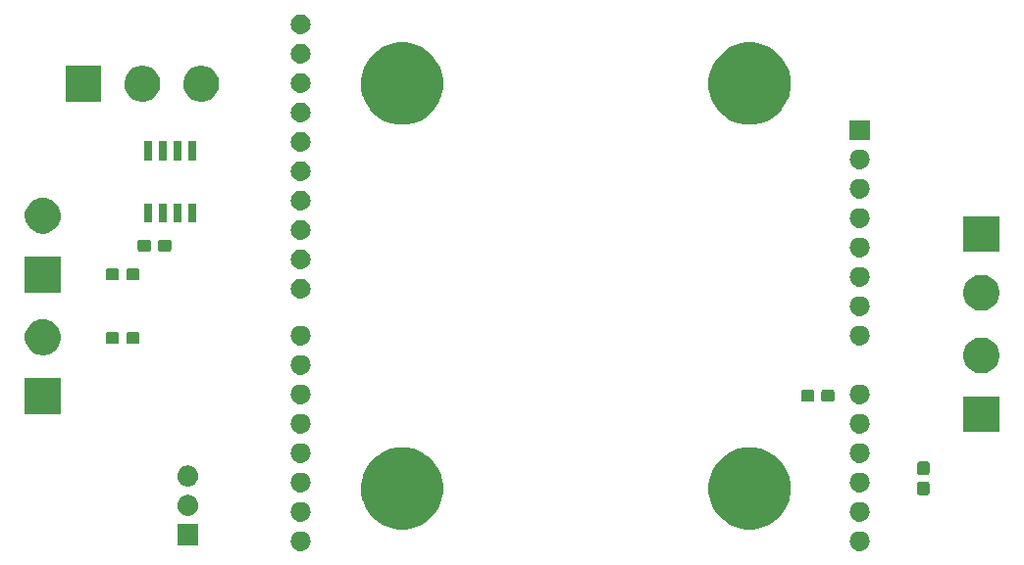
<source format=gbr>
G04 #@! TF.GenerationSoftware,KiCad,Pcbnew,5.0.2-bee76a0~70~ubuntu18.04.1*
G04 #@! TF.CreationDate,2019-06-06T20:44:49+02:00*
G04 #@! TF.ProjectId,dmxBridge,646d7842-7269-4646-9765-2e6b69636164,rev?*
G04 #@! TF.SameCoordinates,Original*
G04 #@! TF.FileFunction,Soldermask,Top*
G04 #@! TF.FilePolarity,Negative*
%FSLAX46Y46*%
G04 Gerber Fmt 4.6, Leading zero omitted, Abs format (unit mm)*
G04 Created by KiCad (PCBNEW 5.0.2-bee76a0~70~ubuntu18.04.1) date Thu 06 Jun 2019 20:44:49 CEST*
%MOMM*%
%LPD*%
G01*
G04 APERTURE LIST*
%ADD10C,0.100000*%
G04 APERTURE END LIST*
D10*
G36*
X99666821Y-66221313D02*
X99666824Y-66221314D01*
X99666825Y-66221314D01*
X99827239Y-66269975D01*
X99827241Y-66269976D01*
X99827244Y-66269977D01*
X99975078Y-66348995D01*
X100104659Y-66455341D01*
X100211005Y-66584922D01*
X100290023Y-66732756D01*
X100338687Y-66893179D01*
X100355117Y-67060000D01*
X100338687Y-67226821D01*
X100290023Y-67387244D01*
X100211005Y-67535078D01*
X100104659Y-67664659D01*
X99975078Y-67771005D01*
X99827244Y-67850023D01*
X99827241Y-67850024D01*
X99827239Y-67850025D01*
X99666825Y-67898686D01*
X99666824Y-67898686D01*
X99666821Y-67898687D01*
X99541804Y-67911000D01*
X99458196Y-67911000D01*
X99333179Y-67898687D01*
X99333176Y-67898686D01*
X99333175Y-67898686D01*
X99172761Y-67850025D01*
X99172759Y-67850024D01*
X99172756Y-67850023D01*
X99024922Y-67771005D01*
X98895341Y-67664659D01*
X98788995Y-67535078D01*
X98709977Y-67387244D01*
X98661313Y-67226821D01*
X98644883Y-67060000D01*
X98661313Y-66893179D01*
X98709977Y-66732756D01*
X98788995Y-66584922D01*
X98895341Y-66455341D01*
X99024922Y-66348995D01*
X99172756Y-66269977D01*
X99172759Y-66269976D01*
X99172761Y-66269975D01*
X99333175Y-66221314D01*
X99333176Y-66221314D01*
X99333179Y-66221313D01*
X99458196Y-66209000D01*
X99541804Y-66209000D01*
X99666821Y-66221313D01*
X99666821Y-66221313D01*
G37*
G36*
X51406821Y-66221313D02*
X51406824Y-66221314D01*
X51406825Y-66221314D01*
X51567239Y-66269975D01*
X51567241Y-66269976D01*
X51567244Y-66269977D01*
X51715078Y-66348995D01*
X51844659Y-66455341D01*
X51951005Y-66584922D01*
X52030023Y-66732756D01*
X52078687Y-66893179D01*
X52095117Y-67060000D01*
X52078687Y-67226821D01*
X52030023Y-67387244D01*
X51951005Y-67535078D01*
X51844659Y-67664659D01*
X51715078Y-67771005D01*
X51567244Y-67850023D01*
X51567241Y-67850024D01*
X51567239Y-67850025D01*
X51406825Y-67898686D01*
X51406824Y-67898686D01*
X51406821Y-67898687D01*
X51281804Y-67911000D01*
X51198196Y-67911000D01*
X51073179Y-67898687D01*
X51073176Y-67898686D01*
X51073175Y-67898686D01*
X50912761Y-67850025D01*
X50912759Y-67850024D01*
X50912756Y-67850023D01*
X50764922Y-67771005D01*
X50635341Y-67664659D01*
X50528995Y-67535078D01*
X50449977Y-67387244D01*
X50401313Y-67226821D01*
X50384883Y-67060000D01*
X50401313Y-66893179D01*
X50449977Y-66732756D01*
X50528995Y-66584922D01*
X50635341Y-66455341D01*
X50764922Y-66348995D01*
X50912756Y-66269977D01*
X50912759Y-66269976D01*
X50912761Y-66269975D01*
X51073175Y-66221314D01*
X51073176Y-66221314D01*
X51073179Y-66221313D01*
X51198196Y-66209000D01*
X51281804Y-66209000D01*
X51406821Y-66221313D01*
X51406821Y-66221313D01*
G37*
G36*
X42401000Y-67401000D02*
X40599000Y-67401000D01*
X40599000Y-65599000D01*
X42401000Y-65599000D01*
X42401000Y-67401000D01*
X42401000Y-67401000D01*
G37*
G36*
X91035786Y-59085462D02*
X91035788Y-59085463D01*
X91035789Y-59085463D01*
X91682029Y-59353144D01*
X92061683Y-59606821D01*
X92263634Y-59741760D01*
X92758240Y-60236366D01*
X92758242Y-60236369D01*
X93146856Y-60817971D01*
X93355195Y-61320947D01*
X93414538Y-61464214D01*
X93551000Y-62150256D01*
X93551000Y-62849744D01*
X93430208Y-63457009D01*
X93414537Y-63535789D01*
X93146856Y-64182029D01*
X92809565Y-64686821D01*
X92758240Y-64763634D01*
X92263634Y-65258240D01*
X92263631Y-65258242D01*
X91682029Y-65646856D01*
X91035789Y-65914537D01*
X91035788Y-65914537D01*
X91035786Y-65914538D01*
X90349744Y-66051000D01*
X89650256Y-66051000D01*
X88964214Y-65914538D01*
X88964212Y-65914537D01*
X88964211Y-65914537D01*
X88317971Y-65646856D01*
X87736369Y-65258242D01*
X87736366Y-65258240D01*
X87241760Y-64763634D01*
X87190435Y-64686821D01*
X86853144Y-64182029D01*
X86585463Y-63535789D01*
X86569793Y-63457009D01*
X86449000Y-62849744D01*
X86449000Y-62150256D01*
X86585462Y-61464214D01*
X86644805Y-61320947D01*
X86853144Y-60817971D01*
X87241758Y-60236369D01*
X87241760Y-60236366D01*
X87736366Y-59741760D01*
X87938317Y-59606821D01*
X88317971Y-59353144D01*
X88964211Y-59085463D01*
X88964212Y-59085463D01*
X88964214Y-59085462D01*
X89650256Y-58949000D01*
X90349744Y-58949000D01*
X91035786Y-59085462D01*
X91035786Y-59085462D01*
G37*
G36*
X61035786Y-59085462D02*
X61035788Y-59085463D01*
X61035789Y-59085463D01*
X61682029Y-59353144D01*
X62061683Y-59606821D01*
X62263634Y-59741760D01*
X62758240Y-60236366D01*
X62758242Y-60236369D01*
X63146856Y-60817971D01*
X63355195Y-61320947D01*
X63414538Y-61464214D01*
X63551000Y-62150256D01*
X63551000Y-62849744D01*
X63430208Y-63457009D01*
X63414537Y-63535789D01*
X63146856Y-64182029D01*
X62809565Y-64686821D01*
X62758240Y-64763634D01*
X62263634Y-65258240D01*
X62263631Y-65258242D01*
X61682029Y-65646856D01*
X61035789Y-65914537D01*
X61035788Y-65914537D01*
X61035786Y-65914538D01*
X60349744Y-66051000D01*
X59650256Y-66051000D01*
X58964214Y-65914538D01*
X58964212Y-65914537D01*
X58964211Y-65914537D01*
X58317971Y-65646856D01*
X57736369Y-65258242D01*
X57736366Y-65258240D01*
X57241760Y-64763634D01*
X57190435Y-64686821D01*
X56853144Y-64182029D01*
X56585463Y-63535789D01*
X56569793Y-63457009D01*
X56449000Y-62849744D01*
X56449000Y-62150256D01*
X56585462Y-61464214D01*
X56644805Y-61320947D01*
X56853144Y-60817971D01*
X57241758Y-60236369D01*
X57241760Y-60236366D01*
X57736366Y-59741760D01*
X57938317Y-59606821D01*
X58317971Y-59353144D01*
X58964211Y-59085463D01*
X58964212Y-59085463D01*
X58964214Y-59085462D01*
X59650256Y-58949000D01*
X60349744Y-58949000D01*
X61035786Y-59085462D01*
X61035786Y-59085462D01*
G37*
G36*
X51406821Y-63681313D02*
X51406824Y-63681314D01*
X51406825Y-63681314D01*
X51567239Y-63729975D01*
X51567241Y-63729976D01*
X51567244Y-63729977D01*
X51715078Y-63808995D01*
X51844659Y-63915341D01*
X51951005Y-64044922D01*
X52030023Y-64192756D01*
X52078687Y-64353179D01*
X52095117Y-64520000D01*
X52078687Y-64686821D01*
X52078686Y-64686824D01*
X52078686Y-64686825D01*
X52045434Y-64796443D01*
X52030023Y-64847244D01*
X51951005Y-64995078D01*
X51844659Y-65124659D01*
X51715078Y-65231005D01*
X51567244Y-65310023D01*
X51567241Y-65310024D01*
X51567239Y-65310025D01*
X51406825Y-65358686D01*
X51406824Y-65358686D01*
X51406821Y-65358687D01*
X51281804Y-65371000D01*
X51198196Y-65371000D01*
X51073179Y-65358687D01*
X51073176Y-65358686D01*
X51073175Y-65358686D01*
X50912761Y-65310025D01*
X50912759Y-65310024D01*
X50912756Y-65310023D01*
X50764922Y-65231005D01*
X50635341Y-65124659D01*
X50528995Y-64995078D01*
X50449977Y-64847244D01*
X50434567Y-64796443D01*
X50401314Y-64686825D01*
X50401314Y-64686824D01*
X50401313Y-64686821D01*
X50384883Y-64520000D01*
X50401313Y-64353179D01*
X50449977Y-64192756D01*
X50528995Y-64044922D01*
X50635341Y-63915341D01*
X50764922Y-63808995D01*
X50912756Y-63729977D01*
X50912759Y-63729976D01*
X50912761Y-63729975D01*
X51073175Y-63681314D01*
X51073176Y-63681314D01*
X51073179Y-63681313D01*
X51198196Y-63669000D01*
X51281804Y-63669000D01*
X51406821Y-63681313D01*
X51406821Y-63681313D01*
G37*
G36*
X99666821Y-63681313D02*
X99666824Y-63681314D01*
X99666825Y-63681314D01*
X99827239Y-63729975D01*
X99827241Y-63729976D01*
X99827244Y-63729977D01*
X99975078Y-63808995D01*
X100104659Y-63915341D01*
X100211005Y-64044922D01*
X100290023Y-64192756D01*
X100338687Y-64353179D01*
X100355117Y-64520000D01*
X100338687Y-64686821D01*
X100338686Y-64686824D01*
X100338686Y-64686825D01*
X100305434Y-64796443D01*
X100290023Y-64847244D01*
X100211005Y-64995078D01*
X100104659Y-65124659D01*
X99975078Y-65231005D01*
X99827244Y-65310023D01*
X99827241Y-65310024D01*
X99827239Y-65310025D01*
X99666825Y-65358686D01*
X99666824Y-65358686D01*
X99666821Y-65358687D01*
X99541804Y-65371000D01*
X99458196Y-65371000D01*
X99333179Y-65358687D01*
X99333176Y-65358686D01*
X99333175Y-65358686D01*
X99172761Y-65310025D01*
X99172759Y-65310024D01*
X99172756Y-65310023D01*
X99024922Y-65231005D01*
X98895341Y-65124659D01*
X98788995Y-64995078D01*
X98709977Y-64847244D01*
X98694567Y-64796443D01*
X98661314Y-64686825D01*
X98661314Y-64686824D01*
X98661313Y-64686821D01*
X98644883Y-64520000D01*
X98661313Y-64353179D01*
X98709977Y-64192756D01*
X98788995Y-64044922D01*
X98895341Y-63915341D01*
X99024922Y-63808995D01*
X99172756Y-63729977D01*
X99172759Y-63729976D01*
X99172761Y-63729975D01*
X99333175Y-63681314D01*
X99333176Y-63681314D01*
X99333179Y-63681313D01*
X99458196Y-63669000D01*
X99541804Y-63669000D01*
X99666821Y-63681313D01*
X99666821Y-63681313D01*
G37*
G36*
X41610443Y-63065519D02*
X41676627Y-63072037D01*
X41789853Y-63106384D01*
X41846467Y-63123557D01*
X41985087Y-63197652D01*
X42002991Y-63207222D01*
X42038729Y-63236552D01*
X42140186Y-63319814D01*
X42223448Y-63421271D01*
X42252778Y-63457009D01*
X42252779Y-63457011D01*
X42336443Y-63613533D01*
X42336443Y-63613534D01*
X42387963Y-63783373D01*
X42405359Y-63960000D01*
X42387963Y-64136627D01*
X42374190Y-64182029D01*
X42336443Y-64306467D01*
X42286140Y-64400575D01*
X42252778Y-64462991D01*
X42232494Y-64487707D01*
X42140186Y-64600186D01*
X42050242Y-64674000D01*
X42002991Y-64712778D01*
X42002989Y-64712779D01*
X41846467Y-64796443D01*
X41789853Y-64813616D01*
X41676627Y-64847963D01*
X41610443Y-64854481D01*
X41544260Y-64861000D01*
X41455740Y-64861000D01*
X41389557Y-64854481D01*
X41323373Y-64847963D01*
X41210147Y-64813616D01*
X41153533Y-64796443D01*
X40997011Y-64712779D01*
X40997009Y-64712778D01*
X40949758Y-64674000D01*
X40859814Y-64600186D01*
X40767506Y-64487707D01*
X40747222Y-64462991D01*
X40713860Y-64400575D01*
X40663557Y-64306467D01*
X40625810Y-64182029D01*
X40612037Y-64136627D01*
X40594641Y-63960000D01*
X40612037Y-63783373D01*
X40663557Y-63613534D01*
X40663557Y-63613533D01*
X40747221Y-63457011D01*
X40747222Y-63457009D01*
X40776552Y-63421271D01*
X40859814Y-63319814D01*
X40961271Y-63236552D01*
X40997009Y-63207222D01*
X41014913Y-63197652D01*
X41153533Y-63123557D01*
X41210147Y-63106384D01*
X41323373Y-63072037D01*
X41389557Y-63065519D01*
X41455740Y-63059000D01*
X41544260Y-63059000D01*
X41610443Y-63065519D01*
X41610443Y-63065519D01*
G37*
G36*
X105364499Y-61928445D02*
X105401993Y-61939819D01*
X105436557Y-61958294D01*
X105466847Y-61983153D01*
X105491706Y-62013443D01*
X105510181Y-62048007D01*
X105521555Y-62085501D01*
X105526000Y-62130638D01*
X105526000Y-62869362D01*
X105521555Y-62914499D01*
X105510181Y-62951993D01*
X105491706Y-62986557D01*
X105466847Y-63016847D01*
X105436557Y-63041706D01*
X105401993Y-63060181D01*
X105364499Y-63071555D01*
X105319362Y-63076000D01*
X104680638Y-63076000D01*
X104635501Y-63071555D01*
X104598007Y-63060181D01*
X104563443Y-63041706D01*
X104533153Y-63016847D01*
X104508294Y-62986557D01*
X104489819Y-62951993D01*
X104478445Y-62914499D01*
X104474000Y-62869362D01*
X104474000Y-62130638D01*
X104478445Y-62085501D01*
X104489819Y-62048007D01*
X104508294Y-62013443D01*
X104533153Y-61983153D01*
X104563443Y-61958294D01*
X104598007Y-61939819D01*
X104635501Y-61928445D01*
X104680638Y-61924000D01*
X105319362Y-61924000D01*
X105364499Y-61928445D01*
X105364499Y-61928445D01*
G37*
G36*
X99666821Y-61141313D02*
X99666824Y-61141314D01*
X99666825Y-61141314D01*
X99827239Y-61189975D01*
X99827241Y-61189976D01*
X99827244Y-61189977D01*
X99975078Y-61268995D01*
X100104659Y-61375341D01*
X100211005Y-61504922D01*
X100290023Y-61652756D01*
X100338687Y-61813179D01*
X100355117Y-61980000D01*
X100338687Y-62146821D01*
X100338686Y-62146824D01*
X100338686Y-62146825D01*
X100305434Y-62256443D01*
X100290023Y-62307244D01*
X100211005Y-62455078D01*
X100104659Y-62584659D01*
X99975078Y-62691005D01*
X99827244Y-62770023D01*
X99827241Y-62770024D01*
X99827239Y-62770025D01*
X99666825Y-62818686D01*
X99666824Y-62818686D01*
X99666821Y-62818687D01*
X99541804Y-62831000D01*
X99458196Y-62831000D01*
X99333179Y-62818687D01*
X99333176Y-62818686D01*
X99333175Y-62818686D01*
X99172761Y-62770025D01*
X99172759Y-62770024D01*
X99172756Y-62770023D01*
X99024922Y-62691005D01*
X98895341Y-62584659D01*
X98788995Y-62455078D01*
X98709977Y-62307244D01*
X98694567Y-62256443D01*
X98661314Y-62146825D01*
X98661314Y-62146824D01*
X98661313Y-62146821D01*
X98644883Y-61980000D01*
X98661313Y-61813179D01*
X98709977Y-61652756D01*
X98788995Y-61504922D01*
X98895341Y-61375341D01*
X99024922Y-61268995D01*
X99172756Y-61189977D01*
X99172759Y-61189976D01*
X99172761Y-61189975D01*
X99333175Y-61141314D01*
X99333176Y-61141314D01*
X99333179Y-61141313D01*
X99458196Y-61129000D01*
X99541804Y-61129000D01*
X99666821Y-61141313D01*
X99666821Y-61141313D01*
G37*
G36*
X51406821Y-61141313D02*
X51406824Y-61141314D01*
X51406825Y-61141314D01*
X51567239Y-61189975D01*
X51567241Y-61189976D01*
X51567244Y-61189977D01*
X51715078Y-61268995D01*
X51844659Y-61375341D01*
X51951005Y-61504922D01*
X52030023Y-61652756D01*
X52078687Y-61813179D01*
X52095117Y-61980000D01*
X52078687Y-62146821D01*
X52078686Y-62146824D01*
X52078686Y-62146825D01*
X52045434Y-62256443D01*
X52030023Y-62307244D01*
X51951005Y-62455078D01*
X51844659Y-62584659D01*
X51715078Y-62691005D01*
X51567244Y-62770023D01*
X51567241Y-62770024D01*
X51567239Y-62770025D01*
X51406825Y-62818686D01*
X51406824Y-62818686D01*
X51406821Y-62818687D01*
X51281804Y-62831000D01*
X51198196Y-62831000D01*
X51073179Y-62818687D01*
X51073176Y-62818686D01*
X51073175Y-62818686D01*
X50912761Y-62770025D01*
X50912759Y-62770024D01*
X50912756Y-62770023D01*
X50764922Y-62691005D01*
X50635341Y-62584659D01*
X50528995Y-62455078D01*
X50449977Y-62307244D01*
X50434567Y-62256443D01*
X50401314Y-62146825D01*
X50401314Y-62146824D01*
X50401313Y-62146821D01*
X50384883Y-61980000D01*
X50401313Y-61813179D01*
X50449977Y-61652756D01*
X50528995Y-61504922D01*
X50635341Y-61375341D01*
X50764922Y-61268995D01*
X50912756Y-61189977D01*
X50912759Y-61189976D01*
X50912761Y-61189975D01*
X51073175Y-61141314D01*
X51073176Y-61141314D01*
X51073179Y-61141313D01*
X51198196Y-61129000D01*
X51281804Y-61129000D01*
X51406821Y-61141313D01*
X51406821Y-61141313D01*
G37*
G36*
X41610442Y-60525518D02*
X41676627Y-60532037D01*
X41789853Y-60566384D01*
X41846467Y-60583557D01*
X41876153Y-60599425D01*
X42002991Y-60667222D01*
X42028632Y-60688265D01*
X42140186Y-60779814D01*
X42203919Y-60857474D01*
X42252778Y-60917009D01*
X42252779Y-60917011D01*
X42336443Y-61073533D01*
X42336443Y-61073534D01*
X42387963Y-61243373D01*
X42405359Y-61420000D01*
X42387963Y-61596627D01*
X42370936Y-61652756D01*
X42336443Y-61766467D01*
X42262348Y-61905087D01*
X42252778Y-61922991D01*
X42235520Y-61944020D01*
X42140186Y-62060186D01*
X42038729Y-62143448D01*
X42002991Y-62172778D01*
X42002989Y-62172779D01*
X41846467Y-62256443D01*
X41789853Y-62273616D01*
X41676627Y-62307963D01*
X41610443Y-62314481D01*
X41544260Y-62321000D01*
X41455740Y-62321000D01*
X41389557Y-62314481D01*
X41323373Y-62307963D01*
X41210147Y-62273616D01*
X41153533Y-62256443D01*
X40997011Y-62172779D01*
X40997009Y-62172778D01*
X40961271Y-62143448D01*
X40859814Y-62060186D01*
X40764480Y-61944020D01*
X40747222Y-61922991D01*
X40737652Y-61905087D01*
X40663557Y-61766467D01*
X40629064Y-61652756D01*
X40612037Y-61596627D01*
X40594641Y-61420000D01*
X40612037Y-61243373D01*
X40663557Y-61073534D01*
X40663557Y-61073533D01*
X40747221Y-60917011D01*
X40747222Y-60917009D01*
X40796081Y-60857474D01*
X40859814Y-60779814D01*
X40971368Y-60688265D01*
X40997009Y-60667222D01*
X41123847Y-60599425D01*
X41153533Y-60583557D01*
X41210147Y-60566384D01*
X41323373Y-60532037D01*
X41389558Y-60525518D01*
X41455740Y-60519000D01*
X41544260Y-60519000D01*
X41610442Y-60525518D01*
X41610442Y-60525518D01*
G37*
G36*
X105364499Y-60178445D02*
X105401993Y-60189819D01*
X105436557Y-60208294D01*
X105466847Y-60233153D01*
X105491706Y-60263443D01*
X105510181Y-60298007D01*
X105521555Y-60335501D01*
X105526000Y-60380638D01*
X105526000Y-61119362D01*
X105521555Y-61164499D01*
X105510181Y-61201993D01*
X105491706Y-61236557D01*
X105466847Y-61266847D01*
X105436557Y-61291706D01*
X105401993Y-61310181D01*
X105364499Y-61321555D01*
X105319362Y-61326000D01*
X104680638Y-61326000D01*
X104635501Y-61321555D01*
X104598007Y-61310181D01*
X104563443Y-61291706D01*
X104533153Y-61266847D01*
X104508294Y-61236557D01*
X104489819Y-61201993D01*
X104478445Y-61164499D01*
X104474000Y-61119362D01*
X104474000Y-60380638D01*
X104478445Y-60335501D01*
X104489819Y-60298007D01*
X104508294Y-60263443D01*
X104533153Y-60233153D01*
X104563443Y-60208294D01*
X104598007Y-60189819D01*
X104635501Y-60178445D01*
X104680638Y-60174000D01*
X105319362Y-60174000D01*
X105364499Y-60178445D01*
X105364499Y-60178445D01*
G37*
G36*
X99666821Y-58601313D02*
X99666824Y-58601314D01*
X99666825Y-58601314D01*
X99827239Y-58649975D01*
X99827241Y-58649976D01*
X99827244Y-58649977D01*
X99975078Y-58728995D01*
X100104659Y-58835341D01*
X100211005Y-58964922D01*
X100290023Y-59112756D01*
X100338687Y-59273179D01*
X100355117Y-59440000D01*
X100338687Y-59606821D01*
X100338686Y-59606824D01*
X100338686Y-59606825D01*
X100297242Y-59743448D01*
X100290023Y-59767244D01*
X100211005Y-59915078D01*
X100104659Y-60044659D01*
X99975078Y-60151005D01*
X99827244Y-60230023D01*
X99827241Y-60230024D01*
X99827239Y-60230025D01*
X99666825Y-60278686D01*
X99666824Y-60278686D01*
X99666821Y-60278687D01*
X99541804Y-60291000D01*
X99458196Y-60291000D01*
X99333179Y-60278687D01*
X99333176Y-60278686D01*
X99333175Y-60278686D01*
X99172761Y-60230025D01*
X99172759Y-60230024D01*
X99172756Y-60230023D01*
X99024922Y-60151005D01*
X98895341Y-60044659D01*
X98788995Y-59915078D01*
X98709977Y-59767244D01*
X98702759Y-59743448D01*
X98661314Y-59606825D01*
X98661314Y-59606824D01*
X98661313Y-59606821D01*
X98644883Y-59440000D01*
X98661313Y-59273179D01*
X98709977Y-59112756D01*
X98788995Y-58964922D01*
X98895341Y-58835341D01*
X99024922Y-58728995D01*
X99172756Y-58649977D01*
X99172759Y-58649976D01*
X99172761Y-58649975D01*
X99333175Y-58601314D01*
X99333176Y-58601314D01*
X99333179Y-58601313D01*
X99458196Y-58589000D01*
X99541804Y-58589000D01*
X99666821Y-58601313D01*
X99666821Y-58601313D01*
G37*
G36*
X51406821Y-58601313D02*
X51406824Y-58601314D01*
X51406825Y-58601314D01*
X51567239Y-58649975D01*
X51567241Y-58649976D01*
X51567244Y-58649977D01*
X51715078Y-58728995D01*
X51844659Y-58835341D01*
X51951005Y-58964922D01*
X52030023Y-59112756D01*
X52078687Y-59273179D01*
X52095117Y-59440000D01*
X52078687Y-59606821D01*
X52078686Y-59606824D01*
X52078686Y-59606825D01*
X52037242Y-59743448D01*
X52030023Y-59767244D01*
X51951005Y-59915078D01*
X51844659Y-60044659D01*
X51715078Y-60151005D01*
X51567244Y-60230023D01*
X51567241Y-60230024D01*
X51567239Y-60230025D01*
X51406825Y-60278686D01*
X51406824Y-60278686D01*
X51406821Y-60278687D01*
X51281804Y-60291000D01*
X51198196Y-60291000D01*
X51073179Y-60278687D01*
X51073176Y-60278686D01*
X51073175Y-60278686D01*
X50912761Y-60230025D01*
X50912759Y-60230024D01*
X50912756Y-60230023D01*
X50764922Y-60151005D01*
X50635341Y-60044659D01*
X50528995Y-59915078D01*
X50449977Y-59767244D01*
X50442759Y-59743448D01*
X50401314Y-59606825D01*
X50401314Y-59606824D01*
X50401313Y-59606821D01*
X50384883Y-59440000D01*
X50401313Y-59273179D01*
X50449977Y-59112756D01*
X50528995Y-58964922D01*
X50635341Y-58835341D01*
X50764922Y-58728995D01*
X50912756Y-58649977D01*
X50912759Y-58649976D01*
X50912761Y-58649975D01*
X51073175Y-58601314D01*
X51073176Y-58601314D01*
X51073179Y-58601313D01*
X51198196Y-58589000D01*
X51281804Y-58589000D01*
X51406821Y-58601313D01*
X51406821Y-58601313D01*
G37*
G36*
X99666821Y-56061313D02*
X99666824Y-56061314D01*
X99666825Y-56061314D01*
X99827239Y-56109975D01*
X99827241Y-56109976D01*
X99827244Y-56109977D01*
X99975078Y-56188995D01*
X100104659Y-56295341D01*
X100211005Y-56424922D01*
X100290023Y-56572756D01*
X100338687Y-56733179D01*
X100355117Y-56900000D01*
X100338687Y-57066821D01*
X100290023Y-57227244D01*
X100211005Y-57375078D01*
X100104659Y-57504659D01*
X99975078Y-57611005D01*
X99827244Y-57690023D01*
X99827241Y-57690024D01*
X99827239Y-57690025D01*
X99666825Y-57738686D01*
X99666824Y-57738686D01*
X99666821Y-57738687D01*
X99541804Y-57751000D01*
X99458196Y-57751000D01*
X99333179Y-57738687D01*
X99333176Y-57738686D01*
X99333175Y-57738686D01*
X99172761Y-57690025D01*
X99172759Y-57690024D01*
X99172756Y-57690023D01*
X99024922Y-57611005D01*
X98895341Y-57504659D01*
X98788995Y-57375078D01*
X98709977Y-57227244D01*
X98661313Y-57066821D01*
X98644883Y-56900000D01*
X98661313Y-56733179D01*
X98709977Y-56572756D01*
X98788995Y-56424922D01*
X98895341Y-56295341D01*
X99024922Y-56188995D01*
X99172756Y-56109977D01*
X99172759Y-56109976D01*
X99172761Y-56109975D01*
X99333175Y-56061314D01*
X99333176Y-56061314D01*
X99333179Y-56061313D01*
X99458196Y-56049000D01*
X99541804Y-56049000D01*
X99666821Y-56061313D01*
X99666821Y-56061313D01*
G37*
G36*
X51406821Y-56061313D02*
X51406824Y-56061314D01*
X51406825Y-56061314D01*
X51567239Y-56109975D01*
X51567241Y-56109976D01*
X51567244Y-56109977D01*
X51715078Y-56188995D01*
X51844659Y-56295341D01*
X51951005Y-56424922D01*
X52030023Y-56572756D01*
X52078687Y-56733179D01*
X52095117Y-56900000D01*
X52078687Y-57066821D01*
X52030023Y-57227244D01*
X51951005Y-57375078D01*
X51844659Y-57504659D01*
X51715078Y-57611005D01*
X51567244Y-57690023D01*
X51567241Y-57690024D01*
X51567239Y-57690025D01*
X51406825Y-57738686D01*
X51406824Y-57738686D01*
X51406821Y-57738687D01*
X51281804Y-57751000D01*
X51198196Y-57751000D01*
X51073179Y-57738687D01*
X51073176Y-57738686D01*
X51073175Y-57738686D01*
X50912761Y-57690025D01*
X50912759Y-57690024D01*
X50912756Y-57690023D01*
X50764922Y-57611005D01*
X50635341Y-57504659D01*
X50528995Y-57375078D01*
X50449977Y-57227244D01*
X50401313Y-57066821D01*
X50384883Y-56900000D01*
X50401313Y-56733179D01*
X50449977Y-56572756D01*
X50528995Y-56424922D01*
X50635341Y-56295341D01*
X50764922Y-56188995D01*
X50912756Y-56109977D01*
X50912759Y-56109976D01*
X50912761Y-56109975D01*
X51073175Y-56061314D01*
X51073176Y-56061314D01*
X51073179Y-56061313D01*
X51198196Y-56049000D01*
X51281804Y-56049000D01*
X51406821Y-56061313D01*
X51406821Y-56061313D01*
G37*
G36*
X111551000Y-57631000D02*
X108449000Y-57631000D01*
X108449000Y-54529000D01*
X111551000Y-54529000D01*
X111551000Y-57631000D01*
X111551000Y-57631000D01*
G37*
G36*
X30551000Y-56051000D02*
X27449000Y-56051000D01*
X27449000Y-52949000D01*
X30551000Y-52949000D01*
X30551000Y-56051000D01*
X30551000Y-56051000D01*
G37*
G36*
X99666821Y-53521313D02*
X99666824Y-53521314D01*
X99666825Y-53521314D01*
X99827239Y-53569975D01*
X99827241Y-53569976D01*
X99827244Y-53569977D01*
X99975078Y-53648995D01*
X100104659Y-53755341D01*
X100211005Y-53884922D01*
X100290023Y-54032756D01*
X100290024Y-54032759D01*
X100290025Y-54032761D01*
X100334883Y-54180638D01*
X100338687Y-54193179D01*
X100355117Y-54360000D01*
X100338687Y-54526821D01*
X100290023Y-54687244D01*
X100211005Y-54835078D01*
X100104659Y-54964659D01*
X99975078Y-55071005D01*
X99827244Y-55150023D01*
X99827241Y-55150024D01*
X99827239Y-55150025D01*
X99666825Y-55198686D01*
X99666824Y-55198686D01*
X99666821Y-55198687D01*
X99541804Y-55211000D01*
X99458196Y-55211000D01*
X99333179Y-55198687D01*
X99333176Y-55198686D01*
X99333175Y-55198686D01*
X99172761Y-55150025D01*
X99172759Y-55150024D01*
X99172756Y-55150023D01*
X99024922Y-55071005D01*
X98895341Y-54964659D01*
X98788995Y-54835078D01*
X98709977Y-54687244D01*
X98661313Y-54526821D01*
X98644883Y-54360000D01*
X98661313Y-54193179D01*
X98665117Y-54180638D01*
X98709975Y-54032761D01*
X98709976Y-54032759D01*
X98709977Y-54032756D01*
X98788995Y-53884922D01*
X98895341Y-53755341D01*
X99024922Y-53648995D01*
X99172756Y-53569977D01*
X99172759Y-53569976D01*
X99172761Y-53569975D01*
X99333175Y-53521314D01*
X99333176Y-53521314D01*
X99333179Y-53521313D01*
X99458196Y-53509000D01*
X99541804Y-53509000D01*
X99666821Y-53521313D01*
X99666821Y-53521313D01*
G37*
G36*
X51406821Y-53521313D02*
X51406824Y-53521314D01*
X51406825Y-53521314D01*
X51567239Y-53569975D01*
X51567241Y-53569976D01*
X51567244Y-53569977D01*
X51715078Y-53648995D01*
X51844659Y-53755341D01*
X51951005Y-53884922D01*
X52030023Y-54032756D01*
X52030024Y-54032759D01*
X52030025Y-54032761D01*
X52074883Y-54180638D01*
X52078687Y-54193179D01*
X52095117Y-54360000D01*
X52078687Y-54526821D01*
X52030023Y-54687244D01*
X51951005Y-54835078D01*
X51844659Y-54964659D01*
X51715078Y-55071005D01*
X51567244Y-55150023D01*
X51567241Y-55150024D01*
X51567239Y-55150025D01*
X51406825Y-55198686D01*
X51406824Y-55198686D01*
X51406821Y-55198687D01*
X51281804Y-55211000D01*
X51198196Y-55211000D01*
X51073179Y-55198687D01*
X51073176Y-55198686D01*
X51073175Y-55198686D01*
X50912761Y-55150025D01*
X50912759Y-55150024D01*
X50912756Y-55150023D01*
X50764922Y-55071005D01*
X50635341Y-54964659D01*
X50528995Y-54835078D01*
X50449977Y-54687244D01*
X50401313Y-54526821D01*
X50384883Y-54360000D01*
X50401313Y-54193179D01*
X50405117Y-54180638D01*
X50449975Y-54032761D01*
X50449976Y-54032759D01*
X50449977Y-54032756D01*
X50528995Y-53884922D01*
X50635341Y-53755341D01*
X50764922Y-53648995D01*
X50912756Y-53569977D01*
X50912759Y-53569976D01*
X50912761Y-53569975D01*
X51073175Y-53521314D01*
X51073176Y-53521314D01*
X51073179Y-53521313D01*
X51198196Y-53509000D01*
X51281804Y-53509000D01*
X51406821Y-53521313D01*
X51406821Y-53521313D01*
G37*
G36*
X97164499Y-53978445D02*
X97201993Y-53989819D01*
X97236557Y-54008294D01*
X97266847Y-54033153D01*
X97291706Y-54063443D01*
X97310181Y-54098007D01*
X97321555Y-54135501D01*
X97326000Y-54180638D01*
X97326000Y-54819362D01*
X97321555Y-54864499D01*
X97310181Y-54901993D01*
X97291706Y-54936557D01*
X97266847Y-54966847D01*
X97236557Y-54991706D01*
X97201993Y-55010181D01*
X97164499Y-55021555D01*
X97119362Y-55026000D01*
X96380638Y-55026000D01*
X96335501Y-55021555D01*
X96298007Y-55010181D01*
X96263443Y-54991706D01*
X96233153Y-54966847D01*
X96208294Y-54936557D01*
X96189819Y-54901993D01*
X96178445Y-54864499D01*
X96174000Y-54819362D01*
X96174000Y-54180638D01*
X96178445Y-54135501D01*
X96189819Y-54098007D01*
X96208294Y-54063443D01*
X96233153Y-54033153D01*
X96263443Y-54008294D01*
X96298007Y-53989819D01*
X96335501Y-53978445D01*
X96380638Y-53974000D01*
X97119362Y-53974000D01*
X97164499Y-53978445D01*
X97164499Y-53978445D01*
G37*
G36*
X95414499Y-53978445D02*
X95451993Y-53989819D01*
X95486557Y-54008294D01*
X95516847Y-54033153D01*
X95541706Y-54063443D01*
X95560181Y-54098007D01*
X95571555Y-54135501D01*
X95576000Y-54180638D01*
X95576000Y-54819362D01*
X95571555Y-54864499D01*
X95560181Y-54901993D01*
X95541706Y-54936557D01*
X95516847Y-54966847D01*
X95486557Y-54991706D01*
X95451993Y-55010181D01*
X95414499Y-55021555D01*
X95369362Y-55026000D01*
X94630638Y-55026000D01*
X94585501Y-55021555D01*
X94548007Y-55010181D01*
X94513443Y-54991706D01*
X94483153Y-54966847D01*
X94458294Y-54936557D01*
X94439819Y-54901993D01*
X94428445Y-54864499D01*
X94424000Y-54819362D01*
X94424000Y-54180638D01*
X94428445Y-54135501D01*
X94439819Y-54098007D01*
X94458294Y-54063443D01*
X94483153Y-54033153D01*
X94513443Y-54008294D01*
X94548007Y-53989819D01*
X94585501Y-53978445D01*
X94630638Y-53974000D01*
X95369362Y-53974000D01*
X95414499Y-53978445D01*
X95414499Y-53978445D01*
G37*
G36*
X51406821Y-50981313D02*
X51406824Y-50981314D01*
X51406825Y-50981314D01*
X51567239Y-51029975D01*
X51567241Y-51029976D01*
X51567244Y-51029977D01*
X51715078Y-51108995D01*
X51844659Y-51215341D01*
X51951005Y-51344922D01*
X52030023Y-51492756D01*
X52078687Y-51653179D01*
X52095117Y-51820000D01*
X52078687Y-51986821D01*
X52078686Y-51986824D01*
X52078686Y-51986825D01*
X52078116Y-51988705D01*
X52030023Y-52147244D01*
X51951005Y-52295078D01*
X51844659Y-52424659D01*
X51715078Y-52531005D01*
X51567244Y-52610023D01*
X51567241Y-52610024D01*
X51567239Y-52610025D01*
X51406825Y-52658686D01*
X51406824Y-52658686D01*
X51406821Y-52658687D01*
X51281804Y-52671000D01*
X51198196Y-52671000D01*
X51073179Y-52658687D01*
X51073176Y-52658686D01*
X51073175Y-52658686D01*
X50912761Y-52610025D01*
X50912759Y-52610024D01*
X50912756Y-52610023D01*
X50764922Y-52531005D01*
X50635341Y-52424659D01*
X50528995Y-52295078D01*
X50449977Y-52147244D01*
X50401885Y-51988705D01*
X50401314Y-51986825D01*
X50401314Y-51986824D01*
X50401313Y-51986821D01*
X50384883Y-51820000D01*
X50401313Y-51653179D01*
X50449977Y-51492756D01*
X50528995Y-51344922D01*
X50635341Y-51215341D01*
X50764922Y-51108995D01*
X50912756Y-51029977D01*
X50912759Y-51029976D01*
X50912761Y-51029975D01*
X51073175Y-50981314D01*
X51073176Y-50981314D01*
X51073179Y-50981313D01*
X51198196Y-50969000D01*
X51281804Y-50969000D01*
X51406821Y-50981313D01*
X51406821Y-50981313D01*
G37*
G36*
X110352527Y-49488736D02*
X110452410Y-49508604D01*
X110734674Y-49625521D01*
X110988705Y-49795259D01*
X111204741Y-50011295D01*
X111374479Y-50265326D01*
X111491396Y-50547590D01*
X111551000Y-50847240D01*
X111551000Y-51152760D01*
X111491396Y-51452410D01*
X111374479Y-51734674D01*
X111204741Y-51988705D01*
X110988705Y-52204741D01*
X110734674Y-52374479D01*
X110452410Y-52491396D01*
X110352527Y-52511264D01*
X110152762Y-52551000D01*
X109847238Y-52551000D01*
X109647473Y-52511264D01*
X109547590Y-52491396D01*
X109265326Y-52374479D01*
X109011295Y-52204741D01*
X108795259Y-51988705D01*
X108625521Y-51734674D01*
X108508604Y-51452410D01*
X108449000Y-51152760D01*
X108449000Y-50847240D01*
X108508604Y-50547590D01*
X108625521Y-50265326D01*
X108795259Y-50011295D01*
X109011295Y-49795259D01*
X109265326Y-49625521D01*
X109547590Y-49508604D01*
X109647473Y-49488736D01*
X109847238Y-49449000D01*
X110152762Y-49449000D01*
X110352527Y-49488736D01*
X110352527Y-49488736D01*
G37*
G36*
X29352527Y-47908736D02*
X29452410Y-47928604D01*
X29734674Y-48045521D01*
X29988705Y-48215259D01*
X30204741Y-48431295D01*
X30374479Y-48685326D01*
X30491396Y-48967590D01*
X30551000Y-49267240D01*
X30551000Y-49572760D01*
X30491396Y-49872410D01*
X30374479Y-50154674D01*
X30204741Y-50408705D01*
X29988705Y-50624741D01*
X29734674Y-50794479D01*
X29452410Y-50911396D01*
X29352527Y-50931264D01*
X29152762Y-50971000D01*
X28847238Y-50971000D01*
X28647473Y-50931264D01*
X28547590Y-50911396D01*
X28265326Y-50794479D01*
X28011295Y-50624741D01*
X27795259Y-50408705D01*
X27625521Y-50154674D01*
X27508604Y-49872410D01*
X27449000Y-49572760D01*
X27449000Y-49267240D01*
X27508604Y-48967590D01*
X27625521Y-48685326D01*
X27795259Y-48431295D01*
X28011295Y-48215259D01*
X28265326Y-48045521D01*
X28547590Y-47928604D01*
X28647473Y-47908736D01*
X28847238Y-47869000D01*
X29152762Y-47869000D01*
X29352527Y-47908736D01*
X29352527Y-47908736D01*
G37*
G36*
X99666821Y-48441313D02*
X99666824Y-48441314D01*
X99666825Y-48441314D01*
X99827239Y-48489975D01*
X99827241Y-48489976D01*
X99827244Y-48489977D01*
X99975078Y-48568995D01*
X100104659Y-48675341D01*
X100211005Y-48804922D01*
X100290023Y-48952756D01*
X100290024Y-48952759D01*
X100290025Y-48952761D01*
X100319835Y-49051031D01*
X100338687Y-49113179D01*
X100355117Y-49280000D01*
X100338687Y-49446821D01*
X100338686Y-49446824D01*
X100338686Y-49446825D01*
X100319946Y-49508604D01*
X100290023Y-49607244D01*
X100211005Y-49755078D01*
X100104659Y-49884659D01*
X99975078Y-49991005D01*
X99827244Y-50070023D01*
X99827241Y-50070024D01*
X99827239Y-50070025D01*
X99666825Y-50118686D01*
X99666824Y-50118686D01*
X99666821Y-50118687D01*
X99541804Y-50131000D01*
X99458196Y-50131000D01*
X99333179Y-50118687D01*
X99333176Y-50118686D01*
X99333175Y-50118686D01*
X99172761Y-50070025D01*
X99172759Y-50070024D01*
X99172756Y-50070023D01*
X99024922Y-49991005D01*
X98895341Y-49884659D01*
X98788995Y-49755078D01*
X98709977Y-49607244D01*
X98680055Y-49508604D01*
X98661314Y-49446825D01*
X98661314Y-49446824D01*
X98661313Y-49446821D01*
X98644883Y-49280000D01*
X98661313Y-49113179D01*
X98680165Y-49051031D01*
X98709975Y-48952761D01*
X98709976Y-48952759D01*
X98709977Y-48952756D01*
X98788995Y-48804922D01*
X98895341Y-48675341D01*
X99024922Y-48568995D01*
X99172756Y-48489977D01*
X99172759Y-48489976D01*
X99172761Y-48489975D01*
X99333175Y-48441314D01*
X99333176Y-48441314D01*
X99333179Y-48441313D01*
X99458196Y-48429000D01*
X99541804Y-48429000D01*
X99666821Y-48441313D01*
X99666821Y-48441313D01*
G37*
G36*
X51406821Y-48441313D02*
X51406824Y-48441314D01*
X51406825Y-48441314D01*
X51567239Y-48489975D01*
X51567241Y-48489976D01*
X51567244Y-48489977D01*
X51715078Y-48568995D01*
X51844659Y-48675341D01*
X51951005Y-48804922D01*
X52030023Y-48952756D01*
X52030024Y-48952759D01*
X52030025Y-48952761D01*
X52059835Y-49051031D01*
X52078687Y-49113179D01*
X52095117Y-49280000D01*
X52078687Y-49446821D01*
X52078686Y-49446824D01*
X52078686Y-49446825D01*
X52059946Y-49508604D01*
X52030023Y-49607244D01*
X51951005Y-49755078D01*
X51844659Y-49884659D01*
X51715078Y-49991005D01*
X51567244Y-50070023D01*
X51567241Y-50070024D01*
X51567239Y-50070025D01*
X51406825Y-50118686D01*
X51406824Y-50118686D01*
X51406821Y-50118687D01*
X51281804Y-50131000D01*
X51198196Y-50131000D01*
X51073179Y-50118687D01*
X51073176Y-50118686D01*
X51073175Y-50118686D01*
X50912761Y-50070025D01*
X50912759Y-50070024D01*
X50912756Y-50070023D01*
X50764922Y-49991005D01*
X50635341Y-49884659D01*
X50528995Y-49755078D01*
X50449977Y-49607244D01*
X50420055Y-49508604D01*
X50401314Y-49446825D01*
X50401314Y-49446824D01*
X50401313Y-49446821D01*
X50384883Y-49280000D01*
X50401313Y-49113179D01*
X50420165Y-49051031D01*
X50449975Y-48952761D01*
X50449976Y-48952759D01*
X50449977Y-48952756D01*
X50528995Y-48804922D01*
X50635341Y-48675341D01*
X50764922Y-48568995D01*
X50912756Y-48489977D01*
X50912759Y-48489976D01*
X50912761Y-48489975D01*
X51073175Y-48441314D01*
X51073176Y-48441314D01*
X51073179Y-48441313D01*
X51198196Y-48429000D01*
X51281804Y-48429000D01*
X51406821Y-48441313D01*
X51406821Y-48441313D01*
G37*
G36*
X35414499Y-48978445D02*
X35451993Y-48989819D01*
X35486557Y-49008294D01*
X35516847Y-49033153D01*
X35541706Y-49063443D01*
X35560181Y-49098007D01*
X35571555Y-49135501D01*
X35576000Y-49180638D01*
X35576000Y-49819362D01*
X35571555Y-49864499D01*
X35560181Y-49901993D01*
X35541706Y-49936557D01*
X35516847Y-49966847D01*
X35486557Y-49991706D01*
X35451993Y-50010181D01*
X35414499Y-50021555D01*
X35369362Y-50026000D01*
X34630638Y-50026000D01*
X34585501Y-50021555D01*
X34548007Y-50010181D01*
X34513443Y-49991706D01*
X34483153Y-49966847D01*
X34458294Y-49936557D01*
X34439819Y-49901993D01*
X34428445Y-49864499D01*
X34424000Y-49819362D01*
X34424000Y-49180638D01*
X34428445Y-49135501D01*
X34439819Y-49098007D01*
X34458294Y-49063443D01*
X34483153Y-49033153D01*
X34513443Y-49008294D01*
X34548007Y-48989819D01*
X34585501Y-48978445D01*
X34630638Y-48974000D01*
X35369362Y-48974000D01*
X35414499Y-48978445D01*
X35414499Y-48978445D01*
G37*
G36*
X37164499Y-48978445D02*
X37201993Y-48989819D01*
X37236557Y-49008294D01*
X37266847Y-49033153D01*
X37291706Y-49063443D01*
X37310181Y-49098007D01*
X37321555Y-49135501D01*
X37326000Y-49180638D01*
X37326000Y-49819362D01*
X37321555Y-49864499D01*
X37310181Y-49901993D01*
X37291706Y-49936557D01*
X37266847Y-49966847D01*
X37236557Y-49991706D01*
X37201993Y-50010181D01*
X37164499Y-50021555D01*
X37119362Y-50026000D01*
X36380638Y-50026000D01*
X36335501Y-50021555D01*
X36298007Y-50010181D01*
X36263443Y-49991706D01*
X36233153Y-49966847D01*
X36208294Y-49936557D01*
X36189819Y-49901993D01*
X36178445Y-49864499D01*
X36174000Y-49819362D01*
X36174000Y-49180638D01*
X36178445Y-49135501D01*
X36189819Y-49098007D01*
X36208294Y-49063443D01*
X36233153Y-49033153D01*
X36263443Y-49008294D01*
X36298007Y-48989819D01*
X36335501Y-48978445D01*
X36380638Y-48974000D01*
X37119362Y-48974000D01*
X37164499Y-48978445D01*
X37164499Y-48978445D01*
G37*
G36*
X99666821Y-45901313D02*
X99666824Y-45901314D01*
X99666825Y-45901314D01*
X99827239Y-45949975D01*
X99827241Y-45949976D01*
X99827244Y-45949977D01*
X99975078Y-46028995D01*
X100104659Y-46135341D01*
X100211005Y-46264922D01*
X100290023Y-46412756D01*
X100290024Y-46412759D01*
X100290025Y-46412761D01*
X100338686Y-46573175D01*
X100338687Y-46573179D01*
X100355117Y-46740000D01*
X100338687Y-46906821D01*
X100290023Y-47067244D01*
X100211005Y-47215078D01*
X100104659Y-47344659D01*
X99975078Y-47451005D01*
X99827244Y-47530023D01*
X99827241Y-47530024D01*
X99827239Y-47530025D01*
X99666825Y-47578686D01*
X99666824Y-47578686D01*
X99666821Y-47578687D01*
X99541804Y-47591000D01*
X99458196Y-47591000D01*
X99333179Y-47578687D01*
X99333176Y-47578686D01*
X99333175Y-47578686D01*
X99172761Y-47530025D01*
X99172759Y-47530024D01*
X99172756Y-47530023D01*
X99024922Y-47451005D01*
X98895341Y-47344659D01*
X98788995Y-47215078D01*
X98709977Y-47067244D01*
X98661313Y-46906821D01*
X98644883Y-46740000D01*
X98661313Y-46573179D01*
X98661314Y-46573175D01*
X98709975Y-46412761D01*
X98709976Y-46412759D01*
X98709977Y-46412756D01*
X98788995Y-46264922D01*
X98895341Y-46135341D01*
X99024922Y-46028995D01*
X99172756Y-45949977D01*
X99172759Y-45949976D01*
X99172761Y-45949975D01*
X99333175Y-45901314D01*
X99333176Y-45901314D01*
X99333179Y-45901313D01*
X99458196Y-45889000D01*
X99541804Y-45889000D01*
X99666821Y-45901313D01*
X99666821Y-45901313D01*
G37*
G36*
X110352527Y-44068736D02*
X110452410Y-44088604D01*
X110734674Y-44205521D01*
X110988705Y-44375259D01*
X111204741Y-44591295D01*
X111374479Y-44845326D01*
X111491396Y-45127590D01*
X111551000Y-45427240D01*
X111551000Y-45732760D01*
X111491396Y-46032410D01*
X111374479Y-46314674D01*
X111204741Y-46568705D01*
X110988705Y-46784741D01*
X110734674Y-46954479D01*
X110452410Y-47071396D01*
X110352527Y-47091264D01*
X110152762Y-47131000D01*
X109847238Y-47131000D01*
X109647473Y-47091264D01*
X109547590Y-47071396D01*
X109265326Y-46954479D01*
X109011295Y-46784741D01*
X108795259Y-46568705D01*
X108625521Y-46314674D01*
X108508604Y-46032410D01*
X108449000Y-45732760D01*
X108449000Y-45427240D01*
X108508604Y-45127590D01*
X108625521Y-44845326D01*
X108795259Y-44591295D01*
X109011295Y-44375259D01*
X109265326Y-44205521D01*
X109547590Y-44088604D01*
X109647473Y-44068736D01*
X109847238Y-44029000D01*
X110152762Y-44029000D01*
X110352527Y-44068736D01*
X110352527Y-44068736D01*
G37*
G36*
X51406821Y-44381313D02*
X51406824Y-44381314D01*
X51406825Y-44381314D01*
X51567239Y-44429975D01*
X51567241Y-44429976D01*
X51567244Y-44429977D01*
X51715078Y-44508995D01*
X51844659Y-44615341D01*
X51951005Y-44744922D01*
X52030023Y-44892756D01*
X52030024Y-44892759D01*
X52030025Y-44892761D01*
X52074291Y-45038686D01*
X52078687Y-45053179D01*
X52095117Y-45220000D01*
X52078687Y-45386821D01*
X52030023Y-45547244D01*
X51951005Y-45695078D01*
X51844659Y-45824659D01*
X51715078Y-45931005D01*
X51567244Y-46010023D01*
X51567241Y-46010024D01*
X51567239Y-46010025D01*
X51406825Y-46058686D01*
X51406824Y-46058686D01*
X51406821Y-46058687D01*
X51281804Y-46071000D01*
X51198196Y-46071000D01*
X51073179Y-46058687D01*
X51073176Y-46058686D01*
X51073175Y-46058686D01*
X50912761Y-46010025D01*
X50912759Y-46010024D01*
X50912756Y-46010023D01*
X50764922Y-45931005D01*
X50635341Y-45824659D01*
X50528995Y-45695078D01*
X50449977Y-45547244D01*
X50401313Y-45386821D01*
X50384883Y-45220000D01*
X50401313Y-45053179D01*
X50405709Y-45038686D01*
X50449975Y-44892761D01*
X50449976Y-44892759D01*
X50449977Y-44892756D01*
X50528995Y-44744922D01*
X50635341Y-44615341D01*
X50764922Y-44508995D01*
X50912756Y-44429977D01*
X50912759Y-44429976D01*
X50912761Y-44429975D01*
X51073175Y-44381314D01*
X51073176Y-44381314D01*
X51073179Y-44381313D01*
X51198196Y-44369000D01*
X51281804Y-44369000D01*
X51406821Y-44381313D01*
X51406821Y-44381313D01*
G37*
G36*
X30551000Y-45551000D02*
X27449000Y-45551000D01*
X27449000Y-42449000D01*
X30551000Y-42449000D01*
X30551000Y-45551000D01*
X30551000Y-45551000D01*
G37*
G36*
X99666821Y-43361313D02*
X99666824Y-43361314D01*
X99666825Y-43361314D01*
X99827239Y-43409975D01*
X99827241Y-43409976D01*
X99827244Y-43409977D01*
X99975078Y-43488995D01*
X100104659Y-43595341D01*
X100211005Y-43724922D01*
X100290023Y-43872756D01*
X100290024Y-43872759D01*
X100290025Y-43872761D01*
X100338686Y-44033175D01*
X100338687Y-44033179D01*
X100355117Y-44200000D01*
X100338687Y-44366821D01*
X100338686Y-44366824D01*
X100338686Y-44366825D01*
X100290401Y-44526000D01*
X100290023Y-44527244D01*
X100211005Y-44675078D01*
X100104659Y-44804659D01*
X99975078Y-44911005D01*
X99827244Y-44990023D01*
X99827241Y-44990024D01*
X99827239Y-44990025D01*
X99666825Y-45038686D01*
X99666824Y-45038686D01*
X99666821Y-45038687D01*
X99541804Y-45051000D01*
X99458196Y-45051000D01*
X99333179Y-45038687D01*
X99333176Y-45038686D01*
X99333175Y-45038686D01*
X99172761Y-44990025D01*
X99172759Y-44990024D01*
X99172756Y-44990023D01*
X99024922Y-44911005D01*
X98895341Y-44804659D01*
X98788995Y-44675078D01*
X98709977Y-44527244D01*
X98709600Y-44526000D01*
X98661314Y-44366825D01*
X98661314Y-44366824D01*
X98661313Y-44366821D01*
X98644883Y-44200000D01*
X98661313Y-44033179D01*
X98661314Y-44033175D01*
X98709975Y-43872761D01*
X98709976Y-43872759D01*
X98709977Y-43872756D01*
X98788995Y-43724922D01*
X98895341Y-43595341D01*
X99024922Y-43488995D01*
X99172756Y-43409977D01*
X99172759Y-43409976D01*
X99172761Y-43409975D01*
X99333175Y-43361314D01*
X99333176Y-43361314D01*
X99333179Y-43361313D01*
X99458196Y-43349000D01*
X99541804Y-43349000D01*
X99666821Y-43361313D01*
X99666821Y-43361313D01*
G37*
G36*
X37164499Y-43478445D02*
X37201993Y-43489819D01*
X37236557Y-43508294D01*
X37266847Y-43533153D01*
X37291706Y-43563443D01*
X37310181Y-43598007D01*
X37321555Y-43635501D01*
X37326000Y-43680638D01*
X37326000Y-44319362D01*
X37321555Y-44364499D01*
X37310181Y-44401993D01*
X37291706Y-44436557D01*
X37266847Y-44466847D01*
X37236557Y-44491706D01*
X37201993Y-44510181D01*
X37164499Y-44521555D01*
X37119362Y-44526000D01*
X36380638Y-44526000D01*
X36335501Y-44521555D01*
X36298007Y-44510181D01*
X36263443Y-44491706D01*
X36233153Y-44466847D01*
X36208294Y-44436557D01*
X36189819Y-44401993D01*
X36178445Y-44364499D01*
X36174000Y-44319362D01*
X36174000Y-43680638D01*
X36178445Y-43635501D01*
X36189819Y-43598007D01*
X36208294Y-43563443D01*
X36233153Y-43533153D01*
X36263443Y-43508294D01*
X36298007Y-43489819D01*
X36335501Y-43478445D01*
X36380638Y-43474000D01*
X37119362Y-43474000D01*
X37164499Y-43478445D01*
X37164499Y-43478445D01*
G37*
G36*
X35414499Y-43478445D02*
X35451993Y-43489819D01*
X35486557Y-43508294D01*
X35516847Y-43533153D01*
X35541706Y-43563443D01*
X35560181Y-43598007D01*
X35571555Y-43635501D01*
X35576000Y-43680638D01*
X35576000Y-44319362D01*
X35571555Y-44364499D01*
X35560181Y-44401993D01*
X35541706Y-44436557D01*
X35516847Y-44466847D01*
X35486557Y-44491706D01*
X35451993Y-44510181D01*
X35414499Y-44521555D01*
X35369362Y-44526000D01*
X34630638Y-44526000D01*
X34585501Y-44521555D01*
X34548007Y-44510181D01*
X34513443Y-44491706D01*
X34483153Y-44466847D01*
X34458294Y-44436557D01*
X34439819Y-44401993D01*
X34428445Y-44364499D01*
X34424000Y-44319362D01*
X34424000Y-43680638D01*
X34428445Y-43635501D01*
X34439819Y-43598007D01*
X34458294Y-43563443D01*
X34483153Y-43533153D01*
X34513443Y-43508294D01*
X34548007Y-43489819D01*
X34585501Y-43478445D01*
X34630638Y-43474000D01*
X35369362Y-43474000D01*
X35414499Y-43478445D01*
X35414499Y-43478445D01*
G37*
G36*
X51406821Y-41841313D02*
X51406824Y-41841314D01*
X51406825Y-41841314D01*
X51567239Y-41889975D01*
X51567241Y-41889976D01*
X51567244Y-41889977D01*
X51715078Y-41968995D01*
X51844659Y-42075341D01*
X51951005Y-42204922D01*
X52030023Y-42352756D01*
X52030024Y-42352759D01*
X52030025Y-42352761D01*
X52074291Y-42498686D01*
X52078687Y-42513179D01*
X52095117Y-42680000D01*
X52078687Y-42846821D01*
X52030023Y-43007244D01*
X51951005Y-43155078D01*
X51844659Y-43284659D01*
X51715078Y-43391005D01*
X51567244Y-43470023D01*
X51567241Y-43470024D01*
X51567239Y-43470025D01*
X51406825Y-43518686D01*
X51406824Y-43518686D01*
X51406821Y-43518687D01*
X51281804Y-43531000D01*
X51198196Y-43531000D01*
X51073179Y-43518687D01*
X51073176Y-43518686D01*
X51073175Y-43518686D01*
X50912761Y-43470025D01*
X50912759Y-43470024D01*
X50912756Y-43470023D01*
X50764922Y-43391005D01*
X50635341Y-43284659D01*
X50528995Y-43155078D01*
X50449977Y-43007244D01*
X50401313Y-42846821D01*
X50384883Y-42680000D01*
X50401313Y-42513179D01*
X50405709Y-42498686D01*
X50449975Y-42352761D01*
X50449976Y-42352759D01*
X50449977Y-42352756D01*
X50528995Y-42204922D01*
X50635341Y-42075341D01*
X50764922Y-41968995D01*
X50912756Y-41889977D01*
X50912759Y-41889976D01*
X50912761Y-41889975D01*
X51073175Y-41841314D01*
X51073176Y-41841314D01*
X51073179Y-41841313D01*
X51198196Y-41829000D01*
X51281804Y-41829000D01*
X51406821Y-41841313D01*
X51406821Y-41841313D01*
G37*
G36*
X99666821Y-40821313D02*
X99666824Y-40821314D01*
X99666825Y-40821314D01*
X99827239Y-40869975D01*
X99827241Y-40869976D01*
X99827244Y-40869977D01*
X99975078Y-40948995D01*
X100104659Y-41055341D01*
X100211005Y-41184922D01*
X100290023Y-41332756D01*
X100338687Y-41493179D01*
X100355117Y-41660000D01*
X100338687Y-41826821D01*
X100338686Y-41826824D01*
X100338686Y-41826825D01*
X100295559Y-41968996D01*
X100290023Y-41987244D01*
X100211005Y-42135078D01*
X100104659Y-42264659D01*
X99975078Y-42371005D01*
X99827244Y-42450023D01*
X99827241Y-42450024D01*
X99827239Y-42450025D01*
X99666825Y-42498686D01*
X99666824Y-42498686D01*
X99666821Y-42498687D01*
X99541804Y-42511000D01*
X99458196Y-42511000D01*
X99333179Y-42498687D01*
X99333176Y-42498686D01*
X99333175Y-42498686D01*
X99172761Y-42450025D01*
X99172759Y-42450024D01*
X99172756Y-42450023D01*
X99024922Y-42371005D01*
X98895341Y-42264659D01*
X98788995Y-42135078D01*
X98709977Y-41987244D01*
X98704442Y-41968996D01*
X98661314Y-41826825D01*
X98661314Y-41826824D01*
X98661313Y-41826821D01*
X98644883Y-41660000D01*
X98661313Y-41493179D01*
X98709977Y-41332756D01*
X98788995Y-41184922D01*
X98895341Y-41055341D01*
X99024922Y-40948995D01*
X99172756Y-40869977D01*
X99172759Y-40869976D01*
X99172761Y-40869975D01*
X99333175Y-40821314D01*
X99333176Y-40821314D01*
X99333179Y-40821313D01*
X99458196Y-40809000D01*
X99541804Y-40809000D01*
X99666821Y-40821313D01*
X99666821Y-40821313D01*
G37*
G36*
X111551000Y-42051000D02*
X108449000Y-42051000D01*
X108449000Y-38949000D01*
X111551000Y-38949000D01*
X111551000Y-42051000D01*
X111551000Y-42051000D01*
G37*
G36*
X38164499Y-40978445D02*
X38201993Y-40989819D01*
X38236557Y-41008294D01*
X38266847Y-41033153D01*
X38291706Y-41063443D01*
X38310181Y-41098007D01*
X38321555Y-41135501D01*
X38326000Y-41180638D01*
X38326000Y-41819362D01*
X38321555Y-41864499D01*
X38310181Y-41901993D01*
X38291706Y-41936557D01*
X38266847Y-41966847D01*
X38236557Y-41991706D01*
X38201993Y-42010181D01*
X38164499Y-42021555D01*
X38119362Y-42026000D01*
X37380638Y-42026000D01*
X37335501Y-42021555D01*
X37298007Y-42010181D01*
X37263443Y-41991706D01*
X37233153Y-41966847D01*
X37208294Y-41936557D01*
X37189819Y-41901993D01*
X37178445Y-41864499D01*
X37174000Y-41819362D01*
X37174000Y-41180638D01*
X37178445Y-41135501D01*
X37189819Y-41098007D01*
X37208294Y-41063443D01*
X37233153Y-41033153D01*
X37263443Y-41008294D01*
X37298007Y-40989819D01*
X37335501Y-40978445D01*
X37380638Y-40974000D01*
X38119362Y-40974000D01*
X38164499Y-40978445D01*
X38164499Y-40978445D01*
G37*
G36*
X39914499Y-40978445D02*
X39951993Y-40989819D01*
X39986557Y-41008294D01*
X40016847Y-41033153D01*
X40041706Y-41063443D01*
X40060181Y-41098007D01*
X40071555Y-41135501D01*
X40076000Y-41180638D01*
X40076000Y-41819362D01*
X40071555Y-41864499D01*
X40060181Y-41901993D01*
X40041706Y-41936557D01*
X40016847Y-41966847D01*
X39986557Y-41991706D01*
X39951993Y-42010181D01*
X39914499Y-42021555D01*
X39869362Y-42026000D01*
X39130638Y-42026000D01*
X39085501Y-42021555D01*
X39048007Y-42010181D01*
X39013443Y-41991706D01*
X38983153Y-41966847D01*
X38958294Y-41936557D01*
X38939819Y-41901993D01*
X38928445Y-41864499D01*
X38924000Y-41819362D01*
X38924000Y-41180638D01*
X38928445Y-41135501D01*
X38939819Y-41098007D01*
X38958294Y-41063443D01*
X38983153Y-41033153D01*
X39013443Y-41008294D01*
X39048007Y-40989819D01*
X39085501Y-40978445D01*
X39130638Y-40974000D01*
X39869362Y-40974000D01*
X39914499Y-40978445D01*
X39914499Y-40978445D01*
G37*
G36*
X51406821Y-39301313D02*
X51406824Y-39301314D01*
X51406825Y-39301314D01*
X51567239Y-39349975D01*
X51567241Y-39349976D01*
X51567244Y-39349977D01*
X51715078Y-39428995D01*
X51844659Y-39535341D01*
X51951005Y-39664922D01*
X52030023Y-39812756D01*
X52030024Y-39812759D01*
X52030025Y-39812761D01*
X52074291Y-39958686D01*
X52078687Y-39973179D01*
X52095117Y-40140000D01*
X52078687Y-40306821D01*
X52078686Y-40306824D01*
X52078686Y-40306825D01*
X52046965Y-40411396D01*
X52030023Y-40467244D01*
X51951005Y-40615078D01*
X51844659Y-40744659D01*
X51715078Y-40851005D01*
X51567244Y-40930023D01*
X51567241Y-40930024D01*
X51567239Y-40930025D01*
X51406825Y-40978686D01*
X51406824Y-40978686D01*
X51406821Y-40978687D01*
X51281804Y-40991000D01*
X51198196Y-40991000D01*
X51073179Y-40978687D01*
X51073176Y-40978686D01*
X51073175Y-40978686D01*
X50912761Y-40930025D01*
X50912759Y-40930024D01*
X50912756Y-40930023D01*
X50764922Y-40851005D01*
X50635341Y-40744659D01*
X50528995Y-40615078D01*
X50449977Y-40467244D01*
X50433036Y-40411396D01*
X50401314Y-40306825D01*
X50401314Y-40306824D01*
X50401313Y-40306821D01*
X50384883Y-40140000D01*
X50401313Y-39973179D01*
X50405709Y-39958686D01*
X50449975Y-39812761D01*
X50449976Y-39812759D01*
X50449977Y-39812756D01*
X50528995Y-39664922D01*
X50635341Y-39535341D01*
X50764922Y-39428995D01*
X50912756Y-39349977D01*
X50912759Y-39349976D01*
X50912761Y-39349975D01*
X51073175Y-39301314D01*
X51073176Y-39301314D01*
X51073179Y-39301313D01*
X51198196Y-39289000D01*
X51281804Y-39289000D01*
X51406821Y-39301313D01*
X51406821Y-39301313D01*
G37*
G36*
X29352527Y-37408736D02*
X29452410Y-37428604D01*
X29734674Y-37545521D01*
X29988705Y-37715259D01*
X30204741Y-37931295D01*
X30374479Y-38185326D01*
X30479424Y-38438687D01*
X30491396Y-38467591D01*
X30551000Y-38767238D01*
X30551000Y-39072762D01*
X30511264Y-39272527D01*
X30491396Y-39372410D01*
X30374479Y-39654674D01*
X30204741Y-39908705D01*
X29988705Y-40124741D01*
X29734674Y-40294479D01*
X29452410Y-40411396D01*
X29352527Y-40431264D01*
X29152762Y-40471000D01*
X28847238Y-40471000D01*
X28647473Y-40431264D01*
X28547590Y-40411396D01*
X28265326Y-40294479D01*
X28011295Y-40124741D01*
X27795259Y-39908705D01*
X27625521Y-39654674D01*
X27508604Y-39372410D01*
X27488736Y-39272527D01*
X27449000Y-39072762D01*
X27449000Y-38767238D01*
X27508604Y-38467591D01*
X27520576Y-38438687D01*
X27625521Y-38185326D01*
X27795259Y-37931295D01*
X28011295Y-37715259D01*
X28265326Y-37545521D01*
X28547590Y-37428604D01*
X28647473Y-37408736D01*
X28847238Y-37369000D01*
X29152762Y-37369000D01*
X29352527Y-37408736D01*
X29352527Y-37408736D01*
G37*
G36*
X99666821Y-38281313D02*
X99666824Y-38281314D01*
X99666825Y-38281314D01*
X99827239Y-38329975D01*
X99827241Y-38329976D01*
X99827244Y-38329977D01*
X99975078Y-38408995D01*
X100104659Y-38515341D01*
X100211005Y-38644922D01*
X100290023Y-38792756D01*
X100290024Y-38792759D01*
X100290025Y-38792761D01*
X100338686Y-38953175D01*
X100338687Y-38953179D01*
X100355117Y-39120000D01*
X100338687Y-39286821D01*
X100338686Y-39286824D01*
X100338686Y-39286825D01*
X100295559Y-39428996D01*
X100290023Y-39447244D01*
X100211005Y-39595078D01*
X100104659Y-39724659D01*
X99975078Y-39831005D01*
X99827244Y-39910023D01*
X99827241Y-39910024D01*
X99827239Y-39910025D01*
X99666825Y-39958686D01*
X99666824Y-39958686D01*
X99666821Y-39958687D01*
X99541804Y-39971000D01*
X99458196Y-39971000D01*
X99333179Y-39958687D01*
X99333176Y-39958686D01*
X99333175Y-39958686D01*
X99172761Y-39910025D01*
X99172759Y-39910024D01*
X99172756Y-39910023D01*
X99024922Y-39831005D01*
X98895341Y-39724659D01*
X98788995Y-39595078D01*
X98709977Y-39447244D01*
X98704442Y-39428996D01*
X98661314Y-39286825D01*
X98661314Y-39286824D01*
X98661313Y-39286821D01*
X98644883Y-39120000D01*
X98661313Y-38953179D01*
X98661314Y-38953175D01*
X98709975Y-38792761D01*
X98709976Y-38792759D01*
X98709977Y-38792756D01*
X98788995Y-38644922D01*
X98895341Y-38515341D01*
X99024922Y-38408995D01*
X99172756Y-38329977D01*
X99172759Y-38329976D01*
X99172761Y-38329975D01*
X99333175Y-38281314D01*
X99333176Y-38281314D01*
X99333179Y-38281313D01*
X99458196Y-38269000D01*
X99541804Y-38269000D01*
X99666821Y-38281313D01*
X99666821Y-38281313D01*
G37*
G36*
X39716000Y-39526000D02*
X39014000Y-39526000D01*
X39014000Y-37874000D01*
X39716000Y-37874000D01*
X39716000Y-39526000D01*
X39716000Y-39526000D01*
G37*
G36*
X40986000Y-39526000D02*
X40284000Y-39526000D01*
X40284000Y-37874000D01*
X40986000Y-37874000D01*
X40986000Y-39526000D01*
X40986000Y-39526000D01*
G37*
G36*
X38446000Y-39526000D02*
X37744000Y-39526000D01*
X37744000Y-37874000D01*
X38446000Y-37874000D01*
X38446000Y-39526000D01*
X38446000Y-39526000D01*
G37*
G36*
X42256000Y-39526000D02*
X41554000Y-39526000D01*
X41554000Y-37874000D01*
X42256000Y-37874000D01*
X42256000Y-39526000D01*
X42256000Y-39526000D01*
G37*
G36*
X51406821Y-36761313D02*
X51406824Y-36761314D01*
X51406825Y-36761314D01*
X51567239Y-36809975D01*
X51567241Y-36809976D01*
X51567244Y-36809977D01*
X51715078Y-36888995D01*
X51844659Y-36995341D01*
X51951005Y-37124922D01*
X52030023Y-37272756D01*
X52030024Y-37272759D01*
X52030025Y-37272761D01*
X52074291Y-37418686D01*
X52078687Y-37433179D01*
X52095117Y-37600000D01*
X52078687Y-37766821D01*
X52078686Y-37766824D01*
X52078686Y-37766825D01*
X52046175Y-37874000D01*
X52030023Y-37927244D01*
X51951005Y-38075078D01*
X51844659Y-38204659D01*
X51715078Y-38311005D01*
X51567244Y-38390023D01*
X51567241Y-38390024D01*
X51567239Y-38390025D01*
X51406825Y-38438686D01*
X51406824Y-38438686D01*
X51406821Y-38438687D01*
X51281804Y-38451000D01*
X51198196Y-38451000D01*
X51073179Y-38438687D01*
X51073176Y-38438686D01*
X51073175Y-38438686D01*
X50912761Y-38390025D01*
X50912759Y-38390024D01*
X50912756Y-38390023D01*
X50764922Y-38311005D01*
X50635341Y-38204659D01*
X50528995Y-38075078D01*
X50449977Y-37927244D01*
X50433826Y-37874000D01*
X50401314Y-37766825D01*
X50401314Y-37766824D01*
X50401313Y-37766821D01*
X50384883Y-37600000D01*
X50401313Y-37433179D01*
X50405709Y-37418686D01*
X50449975Y-37272761D01*
X50449976Y-37272759D01*
X50449977Y-37272756D01*
X50528995Y-37124922D01*
X50635341Y-36995341D01*
X50764922Y-36888995D01*
X50912756Y-36809977D01*
X50912759Y-36809976D01*
X50912761Y-36809975D01*
X51073175Y-36761314D01*
X51073176Y-36761314D01*
X51073179Y-36761313D01*
X51198196Y-36749000D01*
X51281804Y-36749000D01*
X51406821Y-36761313D01*
X51406821Y-36761313D01*
G37*
G36*
X99666821Y-35741313D02*
X99666824Y-35741314D01*
X99666825Y-35741314D01*
X99827239Y-35789975D01*
X99827241Y-35789976D01*
X99827244Y-35789977D01*
X99975078Y-35868995D01*
X100104659Y-35975341D01*
X100211005Y-36104922D01*
X100290023Y-36252756D01*
X100338687Y-36413179D01*
X100355117Y-36580000D01*
X100338687Y-36746821D01*
X100338686Y-36746824D01*
X100338686Y-36746825D01*
X100295559Y-36888996D01*
X100290023Y-36907244D01*
X100211005Y-37055078D01*
X100104659Y-37184659D01*
X99975078Y-37291005D01*
X99827244Y-37370023D01*
X99827241Y-37370024D01*
X99827239Y-37370025D01*
X99666825Y-37418686D01*
X99666824Y-37418686D01*
X99666821Y-37418687D01*
X99541804Y-37431000D01*
X99458196Y-37431000D01*
X99333179Y-37418687D01*
X99333176Y-37418686D01*
X99333175Y-37418686D01*
X99172761Y-37370025D01*
X99172759Y-37370024D01*
X99172756Y-37370023D01*
X99024922Y-37291005D01*
X98895341Y-37184659D01*
X98788995Y-37055078D01*
X98709977Y-36907244D01*
X98704442Y-36888996D01*
X98661314Y-36746825D01*
X98661314Y-36746824D01*
X98661313Y-36746821D01*
X98644883Y-36580000D01*
X98661313Y-36413179D01*
X98709977Y-36252756D01*
X98788995Y-36104922D01*
X98895341Y-35975341D01*
X99024922Y-35868995D01*
X99172756Y-35789977D01*
X99172759Y-35789976D01*
X99172761Y-35789975D01*
X99333175Y-35741314D01*
X99333176Y-35741314D01*
X99333179Y-35741313D01*
X99458196Y-35729000D01*
X99541804Y-35729000D01*
X99666821Y-35741313D01*
X99666821Y-35741313D01*
G37*
G36*
X51406821Y-34221313D02*
X51406824Y-34221314D01*
X51406825Y-34221314D01*
X51567239Y-34269975D01*
X51567241Y-34269976D01*
X51567244Y-34269977D01*
X51715078Y-34348995D01*
X51844659Y-34455341D01*
X51951005Y-34584922D01*
X52030023Y-34732756D01*
X52030024Y-34732759D01*
X52030025Y-34732761D01*
X52074291Y-34878686D01*
X52078687Y-34893179D01*
X52095117Y-35060000D01*
X52078687Y-35226821D01*
X52030023Y-35387244D01*
X51951005Y-35535078D01*
X51844659Y-35664659D01*
X51715078Y-35771005D01*
X51567244Y-35850023D01*
X51567241Y-35850024D01*
X51567239Y-35850025D01*
X51406825Y-35898686D01*
X51406824Y-35898686D01*
X51406821Y-35898687D01*
X51281804Y-35911000D01*
X51198196Y-35911000D01*
X51073179Y-35898687D01*
X51073176Y-35898686D01*
X51073175Y-35898686D01*
X50912761Y-35850025D01*
X50912759Y-35850024D01*
X50912756Y-35850023D01*
X50764922Y-35771005D01*
X50635341Y-35664659D01*
X50528995Y-35535078D01*
X50449977Y-35387244D01*
X50401313Y-35226821D01*
X50384883Y-35060000D01*
X50401313Y-34893179D01*
X50405709Y-34878686D01*
X50449975Y-34732761D01*
X50449976Y-34732759D01*
X50449977Y-34732756D01*
X50528995Y-34584922D01*
X50635341Y-34455341D01*
X50764922Y-34348995D01*
X50912756Y-34269977D01*
X50912759Y-34269976D01*
X50912761Y-34269975D01*
X51073175Y-34221314D01*
X51073176Y-34221314D01*
X51073179Y-34221313D01*
X51198196Y-34209000D01*
X51281804Y-34209000D01*
X51406821Y-34221313D01*
X51406821Y-34221313D01*
G37*
G36*
X99666821Y-33201313D02*
X99666824Y-33201314D01*
X99666825Y-33201314D01*
X99827239Y-33249975D01*
X99827241Y-33249976D01*
X99827244Y-33249977D01*
X99975078Y-33328995D01*
X100104659Y-33435341D01*
X100211005Y-33564922D01*
X100290023Y-33712756D01*
X100338687Y-33873179D01*
X100355117Y-34040000D01*
X100338687Y-34206821D01*
X100338686Y-34206824D01*
X100338686Y-34206825D01*
X100295559Y-34348996D01*
X100290023Y-34367244D01*
X100211005Y-34515078D01*
X100104659Y-34644659D01*
X99975078Y-34751005D01*
X99827244Y-34830023D01*
X99827241Y-34830024D01*
X99827239Y-34830025D01*
X99666825Y-34878686D01*
X99666824Y-34878686D01*
X99666821Y-34878687D01*
X99541804Y-34891000D01*
X99458196Y-34891000D01*
X99333179Y-34878687D01*
X99333176Y-34878686D01*
X99333175Y-34878686D01*
X99172761Y-34830025D01*
X99172759Y-34830024D01*
X99172756Y-34830023D01*
X99024922Y-34751005D01*
X98895341Y-34644659D01*
X98788995Y-34515078D01*
X98709977Y-34367244D01*
X98704442Y-34348996D01*
X98661314Y-34206825D01*
X98661314Y-34206824D01*
X98661313Y-34206821D01*
X98644883Y-34040000D01*
X98661313Y-33873179D01*
X98709977Y-33712756D01*
X98788995Y-33564922D01*
X98895341Y-33435341D01*
X99024922Y-33328995D01*
X99172756Y-33249977D01*
X99172759Y-33249976D01*
X99172761Y-33249975D01*
X99333175Y-33201314D01*
X99333176Y-33201314D01*
X99333179Y-33201313D01*
X99458196Y-33189000D01*
X99541804Y-33189000D01*
X99666821Y-33201313D01*
X99666821Y-33201313D01*
G37*
G36*
X40986000Y-34126000D02*
X40284000Y-34126000D01*
X40284000Y-32474000D01*
X40986000Y-32474000D01*
X40986000Y-34126000D01*
X40986000Y-34126000D01*
G37*
G36*
X38446000Y-34126000D02*
X37744000Y-34126000D01*
X37744000Y-32474000D01*
X38446000Y-32474000D01*
X38446000Y-34126000D01*
X38446000Y-34126000D01*
G37*
G36*
X39716000Y-34126000D02*
X39014000Y-34126000D01*
X39014000Y-32474000D01*
X39716000Y-32474000D01*
X39716000Y-34126000D01*
X39716000Y-34126000D01*
G37*
G36*
X42256000Y-34126000D02*
X41554000Y-34126000D01*
X41554000Y-32474000D01*
X42256000Y-32474000D01*
X42256000Y-34126000D01*
X42256000Y-34126000D01*
G37*
G36*
X51406821Y-31681313D02*
X51406824Y-31681314D01*
X51406825Y-31681314D01*
X51567239Y-31729975D01*
X51567241Y-31729976D01*
X51567244Y-31729977D01*
X51715078Y-31808995D01*
X51844659Y-31915341D01*
X51951005Y-32044922D01*
X52030023Y-32192756D01*
X52078687Y-32353179D01*
X52095117Y-32520000D01*
X52078687Y-32686821D01*
X52030023Y-32847244D01*
X51951005Y-32995078D01*
X51844659Y-33124659D01*
X51715078Y-33231005D01*
X51567244Y-33310023D01*
X51567241Y-33310024D01*
X51567239Y-33310025D01*
X51406825Y-33358686D01*
X51406824Y-33358686D01*
X51406821Y-33358687D01*
X51281804Y-33371000D01*
X51198196Y-33371000D01*
X51073179Y-33358687D01*
X51073176Y-33358686D01*
X51073175Y-33358686D01*
X50912761Y-33310025D01*
X50912759Y-33310024D01*
X50912756Y-33310023D01*
X50764922Y-33231005D01*
X50635341Y-33124659D01*
X50528995Y-32995078D01*
X50449977Y-32847244D01*
X50401313Y-32686821D01*
X50384883Y-32520000D01*
X50401313Y-32353179D01*
X50449977Y-32192756D01*
X50528995Y-32044922D01*
X50635341Y-31915341D01*
X50764922Y-31808995D01*
X50912756Y-31729977D01*
X50912759Y-31729976D01*
X50912761Y-31729975D01*
X51073175Y-31681314D01*
X51073176Y-31681314D01*
X51073179Y-31681313D01*
X51198196Y-31669000D01*
X51281804Y-31669000D01*
X51406821Y-31681313D01*
X51406821Y-31681313D01*
G37*
G36*
X100351000Y-32351000D02*
X98649000Y-32351000D01*
X98649000Y-30649000D01*
X100351000Y-30649000D01*
X100351000Y-32351000D01*
X100351000Y-32351000D01*
G37*
G36*
X91035786Y-24085462D02*
X91035788Y-24085463D01*
X91035789Y-24085463D01*
X91682029Y-24353144D01*
X92143323Y-24661371D01*
X92263634Y-24741760D01*
X92758240Y-25236366D01*
X92758242Y-25236369D01*
X93146856Y-25817971D01*
X93274247Y-26125521D01*
X93414538Y-26464214D01*
X93551000Y-27150256D01*
X93551000Y-27849744D01*
X93423903Y-28488707D01*
X93414537Y-28535789D01*
X93146856Y-29182029D01*
X92806551Y-29691332D01*
X92758240Y-29763634D01*
X92263634Y-30258240D01*
X92263631Y-30258242D01*
X91682029Y-30646856D01*
X91035789Y-30914537D01*
X91035788Y-30914537D01*
X91035786Y-30914538D01*
X90349744Y-31051000D01*
X89650256Y-31051000D01*
X88964214Y-30914538D01*
X88964212Y-30914537D01*
X88964211Y-30914537D01*
X88317971Y-30646856D01*
X87736369Y-30258242D01*
X87736366Y-30258240D01*
X87241760Y-29763634D01*
X87193449Y-29691332D01*
X86853144Y-29182029D01*
X86585463Y-28535789D01*
X86576098Y-28488707D01*
X86449000Y-27849744D01*
X86449000Y-27150256D01*
X86585462Y-26464214D01*
X86725753Y-26125521D01*
X86853144Y-25817971D01*
X87241758Y-25236369D01*
X87241760Y-25236366D01*
X87736366Y-24741760D01*
X87856677Y-24661371D01*
X88317971Y-24353144D01*
X88964211Y-24085463D01*
X88964212Y-24085463D01*
X88964214Y-24085462D01*
X89650256Y-23949000D01*
X90349744Y-23949000D01*
X91035786Y-24085462D01*
X91035786Y-24085462D01*
G37*
G36*
X61035786Y-24085462D02*
X61035788Y-24085463D01*
X61035789Y-24085463D01*
X61682029Y-24353144D01*
X62143323Y-24661371D01*
X62263634Y-24741760D01*
X62758240Y-25236366D01*
X62758242Y-25236369D01*
X63146856Y-25817971D01*
X63274247Y-26125521D01*
X63414538Y-26464214D01*
X63551000Y-27150256D01*
X63551000Y-27849744D01*
X63423903Y-28488707D01*
X63414537Y-28535789D01*
X63146856Y-29182029D01*
X62806551Y-29691332D01*
X62758240Y-29763634D01*
X62263634Y-30258240D01*
X62263631Y-30258242D01*
X61682029Y-30646856D01*
X61035789Y-30914537D01*
X61035788Y-30914537D01*
X61035786Y-30914538D01*
X60349744Y-31051000D01*
X59650256Y-31051000D01*
X58964214Y-30914538D01*
X58964212Y-30914537D01*
X58964211Y-30914537D01*
X58317971Y-30646856D01*
X57736369Y-30258242D01*
X57736366Y-30258240D01*
X57241760Y-29763634D01*
X57193449Y-29691332D01*
X56853144Y-29182029D01*
X56585463Y-28535789D01*
X56576098Y-28488707D01*
X56449000Y-27849744D01*
X56449000Y-27150256D01*
X56585462Y-26464214D01*
X56725753Y-26125521D01*
X56853144Y-25817971D01*
X57241758Y-25236369D01*
X57241760Y-25236366D01*
X57736366Y-24741760D01*
X57856677Y-24661371D01*
X58317971Y-24353144D01*
X58964211Y-24085463D01*
X58964212Y-24085463D01*
X58964214Y-24085462D01*
X59650256Y-23949000D01*
X60349744Y-23949000D01*
X61035786Y-24085462D01*
X61035786Y-24085462D01*
G37*
G36*
X51406821Y-29141313D02*
X51406824Y-29141314D01*
X51406825Y-29141314D01*
X51567239Y-29189975D01*
X51567241Y-29189976D01*
X51567244Y-29189977D01*
X51715078Y-29268995D01*
X51844659Y-29375341D01*
X51951005Y-29504922D01*
X52030023Y-29652756D01*
X52030024Y-29652759D01*
X52030025Y-29652761D01*
X52071602Y-29789823D01*
X52078687Y-29813179D01*
X52095117Y-29980000D01*
X52078687Y-30146821D01*
X52078686Y-30146824D01*
X52078686Y-30146825D01*
X52044889Y-30258240D01*
X52030023Y-30307244D01*
X51951005Y-30455078D01*
X51844659Y-30584659D01*
X51715078Y-30691005D01*
X51567244Y-30770023D01*
X51567241Y-30770024D01*
X51567239Y-30770025D01*
X51406825Y-30818686D01*
X51406824Y-30818686D01*
X51406821Y-30818687D01*
X51281804Y-30831000D01*
X51198196Y-30831000D01*
X51073179Y-30818687D01*
X51073176Y-30818686D01*
X51073175Y-30818686D01*
X50912761Y-30770025D01*
X50912759Y-30770024D01*
X50912756Y-30770023D01*
X50764922Y-30691005D01*
X50635341Y-30584659D01*
X50528995Y-30455078D01*
X50449977Y-30307244D01*
X50435112Y-30258240D01*
X50401314Y-30146825D01*
X50401314Y-30146824D01*
X50401313Y-30146821D01*
X50384883Y-29980000D01*
X50401313Y-29813179D01*
X50408398Y-29789823D01*
X50449975Y-29652761D01*
X50449976Y-29652759D01*
X50449977Y-29652756D01*
X50528995Y-29504922D01*
X50635341Y-29375341D01*
X50764922Y-29268995D01*
X50912756Y-29189977D01*
X50912759Y-29189976D01*
X50912761Y-29189975D01*
X51073175Y-29141314D01*
X51073176Y-29141314D01*
X51073179Y-29141313D01*
X51198196Y-29129000D01*
X51281804Y-29129000D01*
X51406821Y-29141313D01*
X51406821Y-29141313D01*
G37*
G36*
X37932527Y-25988736D02*
X38032410Y-26008604D01*
X38314674Y-26125521D01*
X38568705Y-26295259D01*
X38784741Y-26511295D01*
X38954479Y-26765326D01*
X39071396Y-27047590D01*
X39071396Y-27047591D01*
X39131000Y-27347238D01*
X39131000Y-27652762D01*
X39091818Y-27849743D01*
X39071396Y-27952410D01*
X38954479Y-28234674D01*
X38784741Y-28488705D01*
X38568705Y-28704741D01*
X38314674Y-28874479D01*
X38032410Y-28991396D01*
X37959790Y-29005841D01*
X37732762Y-29051000D01*
X37427238Y-29051000D01*
X37200210Y-29005841D01*
X37127590Y-28991396D01*
X36845326Y-28874479D01*
X36591295Y-28704741D01*
X36375259Y-28488705D01*
X36205521Y-28234674D01*
X36088604Y-27952410D01*
X36068182Y-27849743D01*
X36029000Y-27652762D01*
X36029000Y-27347238D01*
X36088604Y-27047591D01*
X36088604Y-27047590D01*
X36205521Y-26765326D01*
X36375259Y-26511295D01*
X36591295Y-26295259D01*
X36845326Y-26125521D01*
X37127590Y-26008604D01*
X37227473Y-25988736D01*
X37427238Y-25949000D01*
X37732762Y-25949000D01*
X37932527Y-25988736D01*
X37932527Y-25988736D01*
G37*
G36*
X34051000Y-29051000D02*
X30949000Y-29051000D01*
X30949000Y-25949000D01*
X34051000Y-25949000D01*
X34051000Y-29051000D01*
X34051000Y-29051000D01*
G37*
G36*
X43012527Y-25988736D02*
X43112410Y-26008604D01*
X43394674Y-26125521D01*
X43648705Y-26295259D01*
X43864741Y-26511295D01*
X44034479Y-26765326D01*
X44151396Y-27047590D01*
X44151396Y-27047591D01*
X44211000Y-27347238D01*
X44211000Y-27652762D01*
X44171818Y-27849743D01*
X44151396Y-27952410D01*
X44034479Y-28234674D01*
X43864741Y-28488705D01*
X43648705Y-28704741D01*
X43394674Y-28874479D01*
X43112410Y-28991396D01*
X43039790Y-29005841D01*
X42812762Y-29051000D01*
X42507238Y-29051000D01*
X42280210Y-29005841D01*
X42207590Y-28991396D01*
X41925326Y-28874479D01*
X41671295Y-28704741D01*
X41455259Y-28488705D01*
X41285521Y-28234674D01*
X41168604Y-27952410D01*
X41148182Y-27849743D01*
X41109000Y-27652762D01*
X41109000Y-27347238D01*
X41168604Y-27047591D01*
X41168604Y-27047590D01*
X41285521Y-26765326D01*
X41455259Y-26511295D01*
X41671295Y-26295259D01*
X41925326Y-26125521D01*
X42207590Y-26008604D01*
X42307473Y-25988736D01*
X42507238Y-25949000D01*
X42812762Y-25949000D01*
X43012527Y-25988736D01*
X43012527Y-25988736D01*
G37*
G36*
X51406821Y-26601313D02*
X51406824Y-26601314D01*
X51406825Y-26601314D01*
X51567239Y-26649975D01*
X51567241Y-26649976D01*
X51567244Y-26649977D01*
X51715078Y-26728995D01*
X51844659Y-26835341D01*
X51951005Y-26964922D01*
X52030023Y-27112756D01*
X52030024Y-27112759D01*
X52030025Y-27112761D01*
X52078686Y-27273175D01*
X52078687Y-27273179D01*
X52095117Y-27440000D01*
X52078687Y-27606821D01*
X52078686Y-27606824D01*
X52078686Y-27606825D01*
X52064752Y-27652760D01*
X52030023Y-27767244D01*
X51951005Y-27915078D01*
X51844659Y-28044659D01*
X51715078Y-28151005D01*
X51567244Y-28230023D01*
X51567241Y-28230024D01*
X51567239Y-28230025D01*
X51406825Y-28278686D01*
X51406824Y-28278686D01*
X51406821Y-28278687D01*
X51281804Y-28291000D01*
X51198196Y-28291000D01*
X51073179Y-28278687D01*
X51073176Y-28278686D01*
X51073175Y-28278686D01*
X50912761Y-28230025D01*
X50912759Y-28230024D01*
X50912756Y-28230023D01*
X50764922Y-28151005D01*
X50635341Y-28044659D01*
X50528995Y-27915078D01*
X50449977Y-27767244D01*
X50415249Y-27652760D01*
X50401314Y-27606825D01*
X50401314Y-27606824D01*
X50401313Y-27606821D01*
X50384883Y-27440000D01*
X50401313Y-27273179D01*
X50401314Y-27273175D01*
X50449975Y-27112761D01*
X50449976Y-27112759D01*
X50449977Y-27112756D01*
X50528995Y-26964922D01*
X50635341Y-26835341D01*
X50764922Y-26728995D01*
X50912756Y-26649977D01*
X50912759Y-26649976D01*
X50912761Y-26649975D01*
X51073175Y-26601314D01*
X51073176Y-26601314D01*
X51073179Y-26601313D01*
X51198196Y-26589000D01*
X51281804Y-26589000D01*
X51406821Y-26601313D01*
X51406821Y-26601313D01*
G37*
G36*
X51406821Y-24061313D02*
X51406824Y-24061314D01*
X51406825Y-24061314D01*
X51567239Y-24109975D01*
X51567241Y-24109976D01*
X51567244Y-24109977D01*
X51715078Y-24188995D01*
X51844659Y-24295341D01*
X51951005Y-24424922D01*
X52030023Y-24572756D01*
X52030024Y-24572759D01*
X52030025Y-24572761D01*
X52078686Y-24733175D01*
X52078687Y-24733179D01*
X52095117Y-24900000D01*
X52078687Y-25066821D01*
X52078686Y-25066824D01*
X52078686Y-25066825D01*
X52030609Y-25225314D01*
X52030023Y-25227244D01*
X51951005Y-25375078D01*
X51844659Y-25504659D01*
X51715078Y-25611005D01*
X51567244Y-25690023D01*
X51567241Y-25690024D01*
X51567239Y-25690025D01*
X51406825Y-25738686D01*
X51406824Y-25738686D01*
X51406821Y-25738687D01*
X51281804Y-25751000D01*
X51198196Y-25751000D01*
X51073179Y-25738687D01*
X51073176Y-25738686D01*
X51073175Y-25738686D01*
X50912761Y-25690025D01*
X50912759Y-25690024D01*
X50912756Y-25690023D01*
X50764922Y-25611005D01*
X50635341Y-25504659D01*
X50528995Y-25375078D01*
X50449977Y-25227244D01*
X50449392Y-25225314D01*
X50401314Y-25066825D01*
X50401314Y-25066824D01*
X50401313Y-25066821D01*
X50384883Y-24900000D01*
X50401313Y-24733179D01*
X50401314Y-24733175D01*
X50449975Y-24572761D01*
X50449976Y-24572759D01*
X50449977Y-24572756D01*
X50528995Y-24424922D01*
X50635341Y-24295341D01*
X50764922Y-24188995D01*
X50912756Y-24109977D01*
X50912759Y-24109976D01*
X50912761Y-24109975D01*
X51073175Y-24061314D01*
X51073176Y-24061314D01*
X51073179Y-24061313D01*
X51198196Y-24049000D01*
X51281804Y-24049000D01*
X51406821Y-24061313D01*
X51406821Y-24061313D01*
G37*
G36*
X51406821Y-21521313D02*
X51406824Y-21521314D01*
X51406825Y-21521314D01*
X51567239Y-21569975D01*
X51567241Y-21569976D01*
X51567244Y-21569977D01*
X51715078Y-21648995D01*
X51844659Y-21755341D01*
X51951005Y-21884922D01*
X52030023Y-22032756D01*
X52078687Y-22193179D01*
X52095117Y-22360000D01*
X52078687Y-22526821D01*
X52030023Y-22687244D01*
X51951005Y-22835078D01*
X51844659Y-22964659D01*
X51715078Y-23071005D01*
X51567244Y-23150023D01*
X51567241Y-23150024D01*
X51567239Y-23150025D01*
X51406825Y-23198686D01*
X51406824Y-23198686D01*
X51406821Y-23198687D01*
X51281804Y-23211000D01*
X51198196Y-23211000D01*
X51073179Y-23198687D01*
X51073176Y-23198686D01*
X51073175Y-23198686D01*
X50912761Y-23150025D01*
X50912759Y-23150024D01*
X50912756Y-23150023D01*
X50764922Y-23071005D01*
X50635341Y-22964659D01*
X50528995Y-22835078D01*
X50449977Y-22687244D01*
X50401313Y-22526821D01*
X50384883Y-22360000D01*
X50401313Y-22193179D01*
X50449977Y-22032756D01*
X50528995Y-21884922D01*
X50635341Y-21755341D01*
X50764922Y-21648995D01*
X50912756Y-21569977D01*
X50912759Y-21569976D01*
X50912761Y-21569975D01*
X51073175Y-21521314D01*
X51073176Y-21521314D01*
X51073179Y-21521313D01*
X51198196Y-21509000D01*
X51281804Y-21509000D01*
X51406821Y-21521313D01*
X51406821Y-21521313D01*
G37*
M02*

</source>
